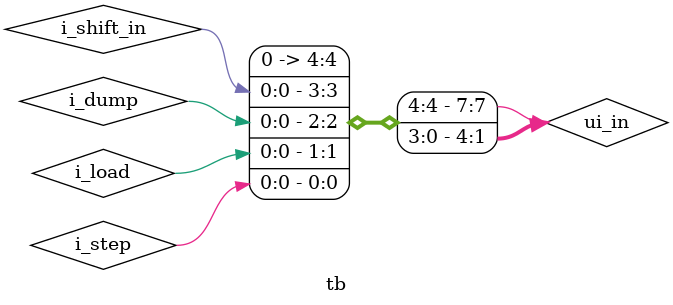
<source format=v>
`default_nettype none
`timescale 1ns / 1ps

/* This testbench just instantiates the module and makes some convenient wires
   that can be driven / tested by the cocotb test.py.
*/
module tb ();

  // Dump the signals to a VCD file. You can view it with gtkwave.
  initial begin
    $dumpfile("tb.vcd");
    $dumpvars(0, tb);
    #1;
  end

  // Wire up the inputs and outputs:
  reg clk;
  reg rst_n;
  reg ena;
  reg [7:0] uio_in;
  wire [7:0] uo_out;
  wire [7:0] uio_out;
  wire [7:0] uio_oe;

  reg i_run;
  reg i_step;
  reg i_load;
  reg i_dump;
  reg i_shift_in;
  reg [1:0] i_reg_sel;
  wire [7:0] ui_in = {1'b0, i_reg_sel, i_shift_in, i_dump, i_load, i_step, i_run};

  wire o_cpu_sleep = uo_out[0];
  wire o_cpu_stop = uo_out[1];
  wire o_cpu_wait_delay = uo_out[2];
  wire o_shift_out = uo_out[3];

`ifdef GL_TEST
  wire VPWR = 1'b1;
  wire VGND = 1'b0;
`endif

  // Replace tt_um_example with your module name:
  tt_um_urish_spell user_project (

      // Include power ports for the Gate Level test:
`ifdef GL_TEST
      .VPWR(VPWR),
      .VGND(VGND),
`endif

      .ui_in  (ui_in),    // Dedicated inputs
      .uo_out (uo_out),   // Dedicated outputs
      .uio_in (uio_in),   // IOs: Input path
      .uio_out(uio_out),  // IOs: Output path
      .uio_oe (uio_oe),   // IOs: Enable path (active high: 0=input, 1=output)
      .ena    (ena),      // enable - goes high when design is selected
      .clk    (clk),      // clock
      .rst_n  (rst_n)     // not reset
  );

endmodule

</source>
